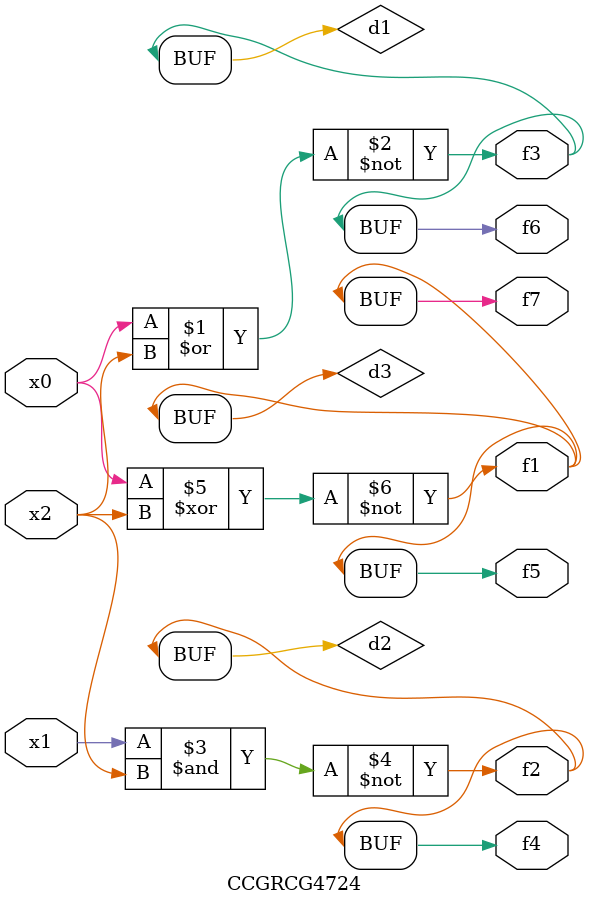
<source format=v>
module CCGRCG4724(
	input x0, x1, x2,
	output f1, f2, f3, f4, f5, f6, f7
);

	wire d1, d2, d3;

	nor (d1, x0, x2);
	nand (d2, x1, x2);
	xnor (d3, x0, x2);
	assign f1 = d3;
	assign f2 = d2;
	assign f3 = d1;
	assign f4 = d2;
	assign f5 = d3;
	assign f6 = d1;
	assign f7 = d3;
endmodule

</source>
